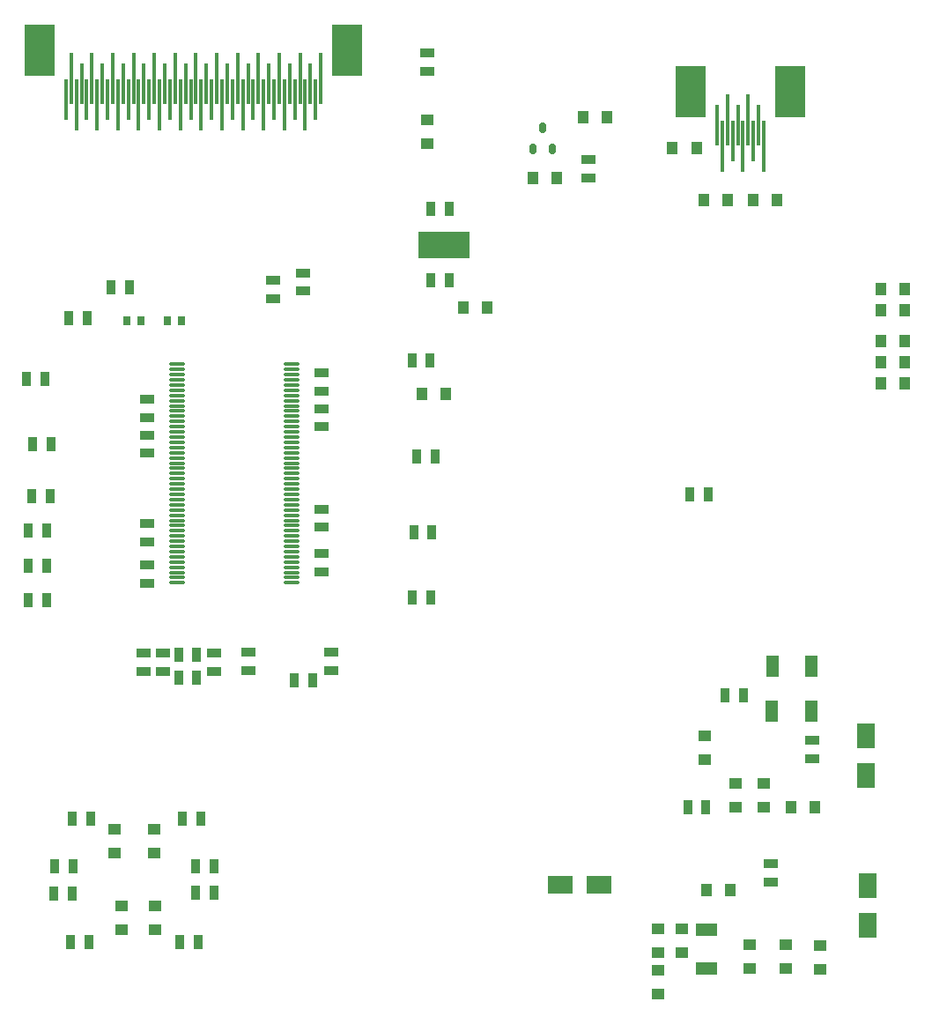
<source format=gbp>
G04 Layer_Color=128*
%FSLAX43Y43*%
%MOMM*%
G71*
G01*
G75*
%ADD10R,1.000X1.300*%
%ADD19R,0.300X5.000*%
%ADD20R,3.000X5.000*%
%ADD21R,0.300X4.000*%
%ADD27R,1.750X2.400*%
%ADD28R,0.850X1.400*%
%ADD29R,1.400X0.850*%
%ADD30R,1.300X1.000*%
G04:AMPARAMS|DCode=34|XSize=0.65mm|YSize=1mm|CornerRadius=0.163mm|HoleSize=0mm|Usage=FLASHONLY|Rotation=0.000|XOffset=0mm|YOffset=0mm|HoleType=Round|Shape=RoundedRectangle|*
%AMROUNDEDRECTD34*
21,1,0.650,0.675,0,0,0.0*
21,1,0.325,1.000,0,0,0.0*
1,1,0.325,0.163,-0.338*
1,1,0.325,-0.163,-0.338*
1,1,0.325,-0.163,0.338*
1,1,0.325,0.163,0.338*
%
%ADD34ROUNDEDRECTD34*%
%ADD61R,2.000X1.250*%
%ADD62O,1.600X0.300*%
%ADD63R,1.250X2.000*%
%ADD64R,2.400X1.750*%
%ADD65R,5.000X2.500*%
%ADD66R,0.800X0.900*%
D10*
X115200Y164550D02*
D03*
X117500D02*
D03*
X99750Y137925D02*
D03*
X102050D02*
D03*
X133875Y156600D02*
D03*
X131575D02*
D03*
X126800D02*
D03*
X129100D02*
D03*
X143850Y143000D02*
D03*
X146150D02*
D03*
X143850Y139000D02*
D03*
X146150D02*
D03*
X143850Y141000D02*
D03*
X146150D02*
D03*
Y148000D02*
D03*
X143850D02*
D03*
Y146000D02*
D03*
X146150D02*
D03*
X129400Y90250D02*
D03*
X127100D02*
D03*
X137525Y98225D02*
D03*
X135225D02*
D03*
X112675Y158725D02*
D03*
X110375Y158725D02*
D03*
X103725Y146225D02*
D03*
X106025D02*
D03*
X126125Y161550D02*
D03*
X123825D02*
D03*
D19*
X132600Y161750D02*
D03*
X131100Y164250D02*
D03*
X130600Y161750D02*
D03*
X129100Y164250D02*
D03*
X128600Y161750D02*
D03*
X70025Y168225D02*
D03*
X74025D02*
D03*
X72525Y165725D02*
D03*
X70525D02*
D03*
X68525D02*
D03*
X68025Y168225D02*
D03*
X66525Y165725D02*
D03*
X66025Y168225D02*
D03*
X72025D02*
D03*
X76025D02*
D03*
X76525Y165725D02*
D03*
X74525D02*
D03*
X78025Y168225D02*
D03*
X78525Y165725D02*
D03*
X80525D02*
D03*
X80025Y168225D02*
D03*
X82025D02*
D03*
X82525Y165725D02*
D03*
X84025Y168225D02*
D03*
X84525Y165725D02*
D03*
X86025Y168225D02*
D03*
X86525Y165725D02*
D03*
X88025Y168225D02*
D03*
X88525Y165725D02*
D03*
X90025Y168225D02*
D03*
D20*
X125600Y167000D02*
D03*
X135100D02*
D03*
X92525Y170975D02*
D03*
X63025D02*
D03*
D21*
X128100Y163750D02*
D03*
X132100D02*
D03*
X131600Y162250D02*
D03*
X130100Y163750D02*
D03*
X129600Y162250D02*
D03*
X89525Y166225D02*
D03*
X89025Y167725D02*
D03*
X87525Y166225D02*
D03*
X87025Y167725D02*
D03*
X85525Y166225D02*
D03*
X85025Y167725D02*
D03*
X83525Y166225D02*
D03*
X83025Y167725D02*
D03*
X81025D02*
D03*
X81525Y166225D02*
D03*
X79525D02*
D03*
X77525D02*
D03*
X79025Y167725D02*
D03*
X77025D02*
D03*
X75025D02*
D03*
X75525Y166225D02*
D03*
X73525D02*
D03*
X73025Y167725D02*
D03*
X71525Y166225D02*
D03*
X71025Y167725D02*
D03*
X69025D02*
D03*
X69525Y166225D02*
D03*
X65525D02*
D03*
X67025Y167725D02*
D03*
X67525Y166225D02*
D03*
D27*
X142600Y90725D02*
D03*
Y86925D02*
D03*
X142400Y105100D02*
D03*
Y101300D02*
D03*
D28*
X67875Y97100D02*
D03*
X66125D02*
D03*
X63675Y124825D02*
D03*
X61925D02*
D03*
X87500Y110425D02*
D03*
X89250D02*
D03*
X127225Y128325D02*
D03*
X125475D02*
D03*
X69875Y148175D02*
D03*
X71625D02*
D03*
X65800Y145225D02*
D03*
X67550D02*
D03*
X61750Y139400D02*
D03*
X63500Y139400D02*
D03*
X62350Y133150D02*
D03*
X64100D02*
D03*
X61925Y121475D02*
D03*
X63675D02*
D03*
X63650Y118150D02*
D03*
X61900D02*
D03*
X100575Y118375D02*
D03*
X98825D02*
D03*
X100700Y124625D02*
D03*
X98950D02*
D03*
X101025Y131925D02*
D03*
X99275D02*
D03*
X100525Y141150D02*
D03*
X98775D02*
D03*
X100625Y148900D02*
D03*
X102375D02*
D03*
X100625Y155700D02*
D03*
X102375D02*
D03*
X128875Y108975D02*
D03*
X130625D02*
D03*
X125275Y98250D02*
D03*
X127025D02*
D03*
X78225Y85250D02*
D03*
X76475D02*
D03*
X77975Y90025D02*
D03*
X79725D02*
D03*
X78000Y92550D02*
D03*
X79750D02*
D03*
X62225Y128150D02*
D03*
X63975Y128150D02*
D03*
X78100Y110700D02*
D03*
X76350D02*
D03*
X78100Y112847D02*
D03*
X76350D02*
D03*
X64475Y92550D02*
D03*
X66225D02*
D03*
X64350Y89928D02*
D03*
X66100D02*
D03*
X67750Y85250D02*
D03*
X66000D02*
D03*
X76750Y97125D02*
D03*
X78500D02*
D03*
D29*
X73297Y125493D02*
D03*
Y123743D02*
D03*
X90072Y125143D02*
D03*
X90072Y126893D02*
D03*
X73300Y132250D02*
D03*
X73300Y134000D02*
D03*
X73322Y137393D02*
D03*
X73322Y135643D02*
D03*
X73297Y119768D02*
D03*
X73297Y121518D02*
D03*
X90131Y139968D02*
D03*
X90131Y138218D02*
D03*
X90119Y136525D02*
D03*
X90119Y134775D02*
D03*
X90122Y122593D02*
D03*
X90122Y120843D02*
D03*
X88350Y147825D02*
D03*
Y149575D02*
D03*
X85400Y148875D02*
D03*
X85400Y147125D02*
D03*
X73000Y113025D02*
D03*
Y111275D02*
D03*
X74825D02*
D03*
Y113025D02*
D03*
X79750Y111275D02*
D03*
Y113025D02*
D03*
X83100Y111375D02*
D03*
Y113125D02*
D03*
X137225Y104650D02*
D03*
Y102900D02*
D03*
X133300Y91050D02*
D03*
Y92800D02*
D03*
X100275Y168950D02*
D03*
X100275Y170700D02*
D03*
X115750Y160475D02*
D03*
Y158725D02*
D03*
X91000Y113100D02*
D03*
Y111350D02*
D03*
D30*
X131275Y82725D02*
D03*
Y85025D02*
D03*
X132575Y98250D02*
D03*
Y100550D02*
D03*
X126900Y102800D02*
D03*
Y105100D02*
D03*
X100275Y161975D02*
D03*
Y164275D02*
D03*
X134725Y82700D02*
D03*
Y85000D02*
D03*
X129900Y98250D02*
D03*
Y100550D02*
D03*
X137975Y84975D02*
D03*
Y82675D02*
D03*
X70850Y88750D02*
D03*
Y86450D02*
D03*
X74100D02*
D03*
Y88750D02*
D03*
X74025Y93825D02*
D03*
Y96125D02*
D03*
X70225D02*
D03*
Y93825D02*
D03*
X122425Y84225D02*
D03*
Y86525D02*
D03*
X124748Y84250D02*
D03*
Y86550D02*
D03*
X122450Y82550D02*
D03*
Y80250D02*
D03*
D34*
X111325Y163500D02*
D03*
X110375Y161500D02*
D03*
X112275D02*
D03*
D61*
X127100Y82750D02*
D03*
Y86500D02*
D03*
D62*
X87247Y140793D02*
D03*
Y140293D02*
D03*
Y139793D02*
D03*
Y139293D02*
D03*
Y138793D02*
D03*
Y138293D02*
D03*
Y137793D02*
D03*
Y137293D02*
D03*
Y136793D02*
D03*
Y136293D02*
D03*
Y135793D02*
D03*
Y135293D02*
D03*
Y134793D02*
D03*
Y134293D02*
D03*
Y133793D02*
D03*
Y133293D02*
D03*
Y132793D02*
D03*
Y132293D02*
D03*
Y131793D02*
D03*
Y131293D02*
D03*
Y130793D02*
D03*
Y130293D02*
D03*
Y129793D02*
D03*
Y129293D02*
D03*
Y128793D02*
D03*
Y128293D02*
D03*
Y127793D02*
D03*
Y127293D02*
D03*
Y126793D02*
D03*
Y126293D02*
D03*
Y125793D02*
D03*
Y125293D02*
D03*
Y124793D02*
D03*
Y124293D02*
D03*
Y123793D02*
D03*
Y123293D02*
D03*
Y122793D02*
D03*
Y122293D02*
D03*
Y121793D02*
D03*
Y121293D02*
D03*
Y120793D02*
D03*
Y120293D02*
D03*
Y119793D02*
D03*
X76247Y140793D02*
D03*
Y140293D02*
D03*
Y139793D02*
D03*
Y139293D02*
D03*
Y138793D02*
D03*
Y138293D02*
D03*
Y137793D02*
D03*
Y137293D02*
D03*
Y136793D02*
D03*
Y136293D02*
D03*
Y135793D02*
D03*
Y135293D02*
D03*
Y134793D02*
D03*
Y134293D02*
D03*
Y133793D02*
D03*
Y133293D02*
D03*
Y132793D02*
D03*
Y132293D02*
D03*
Y131793D02*
D03*
Y131293D02*
D03*
Y130793D02*
D03*
Y130293D02*
D03*
Y129793D02*
D03*
Y129293D02*
D03*
Y128793D02*
D03*
Y128293D02*
D03*
Y127793D02*
D03*
Y127293D02*
D03*
Y126793D02*
D03*
Y126293D02*
D03*
Y125793D02*
D03*
Y125293D02*
D03*
Y124793D02*
D03*
Y124293D02*
D03*
Y123793D02*
D03*
Y123293D02*
D03*
Y122793D02*
D03*
Y122293D02*
D03*
Y121793D02*
D03*
Y121293D02*
D03*
Y120793D02*
D03*
Y120293D02*
D03*
Y119793D02*
D03*
D63*
X137175Y111775D02*
D03*
X133425D02*
D03*
X133400Y107500D02*
D03*
X137150D02*
D03*
D64*
X113000Y90781D02*
D03*
X116800D02*
D03*
D65*
X101825Y152275D02*
D03*
D66*
X76600Y145000D02*
D03*
X75300D02*
D03*
X71425Y144975D02*
D03*
X72725D02*
D03*
M02*

</source>
